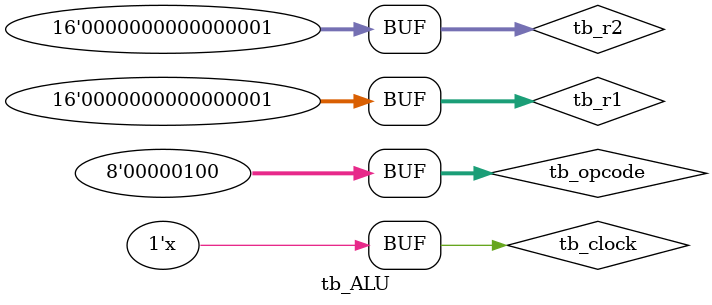
<source format=v>
module tb_ALU;

    reg [15:0] tb_r1;
    reg [15:0] tb_r2;
    reg [7:0] tb_opcode;
	 reg tb_clock;
    wire [15:0] rout_out;
	 integer i,j;

    ALU uut(.r1(tb_r1), .r2(tb_r2), .opcode(tb_opcode), .rout(rout_out));
    
    always begin
        #10;
        tb_clock <= ~tb_clock;
        end
    
    initial begin
    
        tb_clock <= 1'b0;
        //add
        tb_r1 = 1; tb_r2 = 1; tb_opcode = 8'b00000101;
        #20 //wait 20 seconds
            $display("1.", "rout = ", rout_out);
            
        //addu
        tb_r1 = 1; tb_r2 = 1; tb_opcode = 8'b00000110;
        #20 //wait 20 seconds
            $display("1.", "rout = ", rout_out);
            
        //Addc
        tb_r1 = 1; tb_r2 = 1; tb_opcode = 8'b00000111;
        #20 //wait 20 seconds
            $display("1.", "rout = ", rout_out);
            
//        //mult
//        tb_r1 = 1; tb_r2 = 1; tb_opcode = 8'b00001110;
//        #20 //wait 20 seconds
//            $display("1.", "rout = ", rout_out);
            
        //sub
        tb_r1 = 1; tb_r2 = 1; tb_opcode = 8'b00001001;
        #20 //wait 20 seconds
            $display("1.", "rout = ", rout_out);
            
//        //subc
//        tb_r1 = 1; tb_r2 = 1; tb_opcode = 8'b00001010;
//        #20 //wait 20 seconds
//            $display("1.", "rout = ", rout_out);
            
        
        //cmp
        tb_r1 = 1; tb_r2 = 1; tb_opcode = 8'b00001011;
        #20 //wait 20 seconds
            $display("1.", "rout = ", rout_out);
            
            
        //and
        tb_r1 = 1; tb_r2 = 1; tb_opcode = 8'b00000001;
        #20 //wait 20 seconds
            $display("1.", "rout = ", rout_out);
            
        //or
        tb_r1 = 1; tb_r2 = 1; tb_opcode = 8'b00000010;
        #20 //wait 20 seconds
            $display("1.", "rout = ", rout_out);
            
        //xor
        tb_r1 = 1; tb_r2 = 1; tb_opcode = 8'b00000011;
        #20 //wait 20 seconds
            $display("1.", "rout = ", rout_out);
            
            
        //LSH
        tb_r1 = 1; tb_r2 = 1; tb_opcode = 8'b10000100;
        #20 //wait 20 seconds
            $display("1.", "rout = ", rout_out);
            
			//RSH
        tb_r1 = 1; tb_r2 = 1; tb_opcode = 8'b00001000;
        #20 //wait 20 seconds
            $display("1.", "rout = ", rout_out);
				
        //ALSH
        tb_r1 = 1; tb_r2 = 1; tb_opcode = 8'b00001100;
        #20 //wait 20 seconds
            $display("1.", "rout = ", rout_out);
				
         //ARSH
        tb_r1 = 1; tb_r2 = 1; tb_opcode = 8'b00001111;
        #20 //wait 20 seconds
            $display("1.", "rout = ", rout_out);
        
			//not
        tb_r1 = 1; tb_r2 = 1; tb_opcode = 8'b00000100;
        #20 //wait 20 seconds
            $display("1.", "rout = ", rout_out);
        
            //testing add
//        for(i=0; i< 65535; i=i+1) 
//            begin
//                for(j = 0; j> 65535; i= i+1) 
//                    begin
//                        tb_r1 = i; tb_r2 = j; tb_opcode = 8'b00000101;
//                        #20 //wait 20 seconds
//                            $display("1.", "rout = ", rout_out);
//                    end
           end
            
 endmodule
 
</source>
